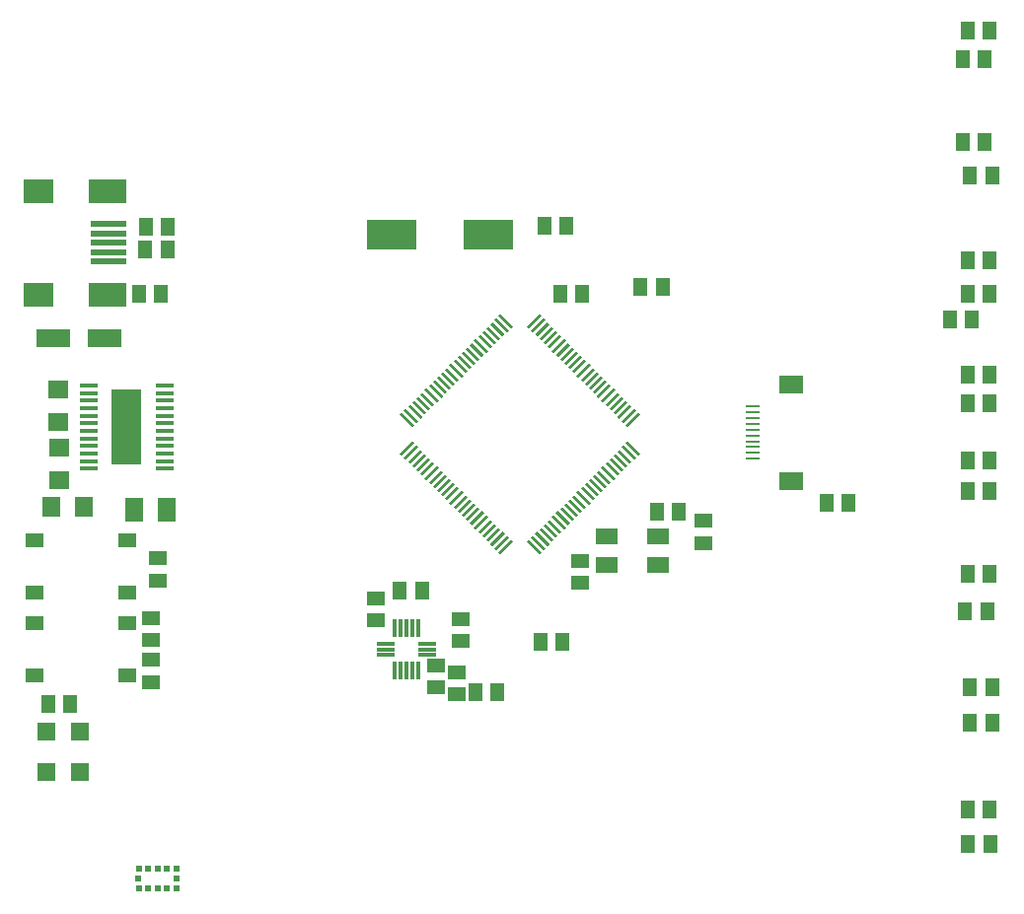
<source format=gbr>
G04 EAGLE Gerber RS-274X export*
G75*
%MOMM*%
%FSLAX34Y34*%
%LPD*%
%INSolderpaste Top*%
%IPPOS*%
%AMOC8*
5,1,8,0,0,1.08239X$1,22.5*%
G01*
%ADD10R,1.600000X1.800000*%
%ADD11R,1.300000X1.600000*%
%ADD12R,1.600000X1.300000*%
%ADD13R,1.500000X1.500000*%
%ADD14R,1.300000X1.500000*%
%ADD15R,1.500000X1.300000*%
%ADD16R,1.550000X1.300000*%
%ADD17R,1.500000X0.300000*%
%ADD18R,2.540000X6.451600*%
%ADD19R,1.800000X1.600000*%
%ADD20R,1.600000X2.000000*%
%ADD21R,1.900000X1.400000*%
%ADD22R,3.000000X1.600000*%
%ADD23R,2.500000X2.000000*%
%ADD24R,3.300000X2.000000*%
%ADD25R,3.100000X0.500000*%
%ADD26R,0.300000X1.600000*%
%ADD27R,1.600000X0.300000*%
%ADD28R,0.500000X0.600000*%
%ADD29R,0.600000X0.500000*%
%ADD30R,0.254000X1.473200*%
%ADD31R,1.250000X0.250000*%
%ADD32R,2.050000X1.650000*%
%ADD33R,4.300000X2.500000*%


D10*
X36472Y366156D03*
X64472Y366156D03*
D11*
X335728Y293984D03*
X354728Y293984D03*
D12*
X387964Y269808D03*
X387964Y250808D03*
X121976Y234588D03*
X121976Y215588D03*
D13*
X61520Y138296D03*
X61520Y173296D03*
X32804Y138040D03*
X32804Y173040D03*
D11*
X52892Y196944D03*
X33892Y196944D03*
D12*
X127832Y303080D03*
X127832Y322080D03*
D14*
X556444Y361560D03*
X575444Y361560D03*
D15*
X490396Y319900D03*
X490396Y300900D03*
X121864Y270568D03*
X121864Y251568D03*
D16*
X22298Y266264D03*
X101798Y266264D03*
X22298Y221264D03*
X101798Y221264D03*
X22722Y337808D03*
X102222Y337808D03*
X22722Y292808D03*
X102222Y292808D03*
D17*
X133772Y398986D03*
X133772Y405486D03*
X133772Y411986D03*
X133772Y418486D03*
X133772Y424986D03*
X133772Y431486D03*
X133772Y437986D03*
X133772Y444486D03*
X133772Y450986D03*
X133772Y457486D03*
X133772Y463986D03*
X133772Y470486D03*
X68772Y470486D03*
X68772Y463986D03*
X68772Y457486D03*
X68772Y450986D03*
X68772Y444486D03*
X68772Y437986D03*
X68772Y431486D03*
X68772Y424986D03*
X68772Y418486D03*
X68772Y411986D03*
X68772Y405486D03*
X68772Y398986D03*
D18*
X101272Y434736D03*
D19*
X42852Y439024D03*
X42852Y467024D03*
D20*
X107592Y363616D03*
X135592Y363616D03*
D19*
X43360Y388732D03*
X43360Y416732D03*
D21*
X557440Y340676D03*
X513440Y340676D03*
X513440Y316676D03*
X557440Y316676D03*
D22*
X38632Y510936D03*
X82632Y510936D03*
D11*
X419512Y206800D03*
X400512Y206800D03*
D23*
X26144Y548556D03*
X26144Y637556D03*
D24*
X85144Y548556D03*
X85144Y637556D03*
D25*
X86144Y609056D03*
X86144Y601056D03*
X86144Y593056D03*
X86144Y585056D03*
X86144Y577056D03*
D11*
X117964Y606608D03*
X136964Y606608D03*
X117456Y587304D03*
X136456Y587304D03*
X111856Y549104D03*
X130856Y549104D03*
D15*
X384704Y205172D03*
X384704Y224172D03*
X315320Y287588D03*
X315320Y268588D03*
D11*
X823460Y76480D03*
X842460Y76480D03*
X823028Y106400D03*
X842028Y106400D03*
X825060Y180560D03*
X844060Y180560D03*
X825060Y211040D03*
X844060Y211040D03*
X820996Y276064D03*
X839996Y276064D03*
X823028Y308576D03*
X842028Y308576D03*
X823028Y379696D03*
X842028Y379696D03*
X823028Y406112D03*
X842028Y406112D03*
X823028Y479264D03*
X842028Y479264D03*
X823028Y454880D03*
X842028Y454880D03*
X823028Y577824D03*
X842028Y577824D03*
X823028Y549376D03*
X842028Y549376D03*
X818964Y679424D03*
X837964Y679424D03*
X825060Y650976D03*
X844060Y650976D03*
X823028Y774928D03*
X842028Y774928D03*
X818964Y750544D03*
X837964Y750544D03*
X808004Y527304D03*
X827004Y527304D03*
X721076Y369824D03*
X702076Y369824D03*
D26*
X351376Y261840D03*
X346376Y261840D03*
X341376Y261840D03*
X336376Y261840D03*
X331376Y261840D03*
D27*
X323376Y248840D03*
X323376Y243840D03*
X323376Y238840D03*
D26*
X331376Y225840D03*
X336376Y225840D03*
X341376Y225840D03*
X346376Y225840D03*
X351376Y225840D03*
D27*
X359376Y238840D03*
X359376Y243840D03*
X359376Y248840D03*
D15*
X366776Y210972D03*
X366776Y229972D03*
D11*
X542508Y555272D03*
X561508Y555272D03*
X475388Y250192D03*
X456388Y250192D03*
D12*
X596160Y335292D03*
X596160Y354292D03*
D11*
X478940Y607088D03*
X459940Y607088D03*
D28*
X112016Y38236D03*
X120016Y38236D03*
X128016Y38236D03*
X136016Y38236D03*
X144016Y38236D03*
D29*
X144516Y46736D03*
D28*
X144016Y55236D03*
X136016Y55236D03*
X128016Y55236D03*
X120016Y55236D03*
X112016Y55236D03*
D29*
X111516Y46736D03*
D30*
G36*
X457231Y327455D02*
X455435Y325659D01*
X445019Y336075D01*
X446815Y337871D01*
X457231Y327455D01*
G37*
G36*
X460644Y330868D02*
X458848Y329072D01*
X448432Y339488D01*
X450228Y341284D01*
X460644Y330868D01*
G37*
G36*
X464236Y334460D02*
X462440Y332664D01*
X452024Y343080D01*
X453820Y344876D01*
X464236Y334460D01*
G37*
G36*
X467828Y338052D02*
X466032Y336256D01*
X455616Y346672D01*
X457412Y348468D01*
X467828Y338052D01*
G37*
G36*
X471420Y341644D02*
X469624Y339848D01*
X459208Y350264D01*
X461004Y352060D01*
X471420Y341644D01*
G37*
G36*
X474832Y345057D02*
X473036Y343261D01*
X462620Y353677D01*
X464416Y355473D01*
X474832Y345057D01*
G37*
G36*
X478425Y348649D02*
X476629Y346853D01*
X466213Y357269D01*
X468009Y359065D01*
X478425Y348649D01*
G37*
G36*
X482017Y352241D02*
X480221Y350445D01*
X469805Y360861D01*
X471601Y362657D01*
X482017Y352241D01*
G37*
G36*
X485429Y355653D02*
X483633Y353857D01*
X473217Y364273D01*
X475013Y366069D01*
X485429Y355653D01*
G37*
G36*
X489021Y359245D02*
X487225Y357449D01*
X476809Y367865D01*
X478605Y369661D01*
X489021Y359245D01*
G37*
G36*
X492613Y362837D02*
X490817Y361041D01*
X480401Y371457D01*
X482197Y373253D01*
X492613Y362837D01*
G37*
G36*
X496026Y366250D02*
X494230Y364454D01*
X483814Y374870D01*
X485610Y376666D01*
X496026Y366250D01*
G37*
G36*
X499618Y369842D02*
X497822Y368046D01*
X487406Y378462D01*
X489202Y380258D01*
X499618Y369842D01*
G37*
G36*
X503210Y373434D02*
X501414Y371638D01*
X490998Y382054D01*
X492794Y383850D01*
X503210Y373434D01*
G37*
G36*
X506623Y376847D02*
X504827Y375051D01*
X494411Y385467D01*
X496207Y387263D01*
X506623Y376847D01*
G37*
G36*
X510215Y380439D02*
X508419Y378643D01*
X498003Y389059D01*
X499799Y390855D01*
X510215Y380439D01*
G37*
G36*
X513807Y384031D02*
X512011Y382235D01*
X501595Y392651D01*
X503391Y394447D01*
X513807Y384031D01*
G37*
G36*
X517219Y387443D02*
X515423Y385647D01*
X505007Y396063D01*
X506803Y397859D01*
X517219Y387443D01*
G37*
G36*
X520811Y391035D02*
X519015Y389239D01*
X508599Y399655D01*
X510395Y401451D01*
X520811Y391035D01*
G37*
G36*
X524403Y394628D02*
X522607Y392832D01*
X512191Y403248D01*
X513987Y405044D01*
X524403Y394628D01*
G37*
G36*
X527816Y398040D02*
X526020Y396244D01*
X515604Y406660D01*
X517400Y408456D01*
X527816Y398040D01*
G37*
G36*
X531408Y401632D02*
X529612Y399836D01*
X519196Y410252D01*
X520992Y412048D01*
X531408Y401632D01*
G37*
G36*
X535000Y405224D02*
X533204Y403428D01*
X522788Y413844D01*
X524584Y415640D01*
X535000Y405224D01*
G37*
G36*
X538592Y408816D02*
X536796Y407020D01*
X526380Y417436D01*
X528176Y419232D01*
X538592Y408816D01*
G37*
G36*
X542005Y412229D02*
X540209Y410433D01*
X529793Y420849D01*
X531589Y422645D01*
X542005Y412229D01*
G37*
G36*
X531589Y434859D02*
X529793Y436655D01*
X540209Y447071D01*
X542005Y445275D01*
X531589Y434859D01*
G37*
G36*
X528176Y438272D02*
X526380Y440068D01*
X536796Y450484D01*
X538592Y448688D01*
X528176Y438272D01*
G37*
G36*
X524584Y441864D02*
X522788Y443660D01*
X533204Y454076D01*
X535000Y452280D01*
X524584Y441864D01*
G37*
G36*
X520992Y445456D02*
X519196Y447252D01*
X529612Y457668D01*
X531408Y455872D01*
X520992Y445456D01*
G37*
G36*
X517400Y449048D02*
X515604Y450844D01*
X526020Y461260D01*
X527816Y459464D01*
X517400Y449048D01*
G37*
G36*
X513987Y452460D02*
X512191Y454256D01*
X522607Y464672D01*
X524403Y462876D01*
X513987Y452460D01*
G37*
G36*
X510395Y456053D02*
X508599Y457849D01*
X519015Y468265D01*
X520811Y466469D01*
X510395Y456053D01*
G37*
G36*
X506803Y459645D02*
X505007Y461441D01*
X515423Y471857D01*
X517219Y470061D01*
X506803Y459645D01*
G37*
G36*
X503391Y463057D02*
X501595Y464853D01*
X512011Y475269D01*
X513807Y473473D01*
X503391Y463057D01*
G37*
G36*
X499799Y466649D02*
X498003Y468445D01*
X508419Y478861D01*
X510215Y477065D01*
X499799Y466649D01*
G37*
G36*
X496207Y470241D02*
X494411Y472037D01*
X504827Y482453D01*
X506623Y480657D01*
X496207Y470241D01*
G37*
G36*
X492794Y473654D02*
X490998Y475450D01*
X501414Y485866D01*
X503210Y484070D01*
X492794Y473654D01*
G37*
G36*
X489202Y477246D02*
X487406Y479042D01*
X497822Y489458D01*
X499618Y487662D01*
X489202Y477246D01*
G37*
G36*
X485610Y480838D02*
X483814Y482634D01*
X494230Y493050D01*
X496026Y491254D01*
X485610Y480838D01*
G37*
G36*
X482197Y484251D02*
X480401Y486047D01*
X490817Y496463D01*
X492613Y494667D01*
X482197Y484251D01*
G37*
G36*
X478605Y487843D02*
X476809Y489639D01*
X487225Y500055D01*
X489021Y498259D01*
X478605Y487843D01*
G37*
G36*
X475013Y491435D02*
X473217Y493231D01*
X483633Y503647D01*
X485429Y501851D01*
X475013Y491435D01*
G37*
G36*
X471601Y494847D02*
X469805Y496643D01*
X480221Y507059D01*
X482017Y505263D01*
X471601Y494847D01*
G37*
G36*
X468009Y498439D02*
X466213Y500235D01*
X476629Y510651D01*
X478425Y508855D01*
X468009Y498439D01*
G37*
G36*
X464416Y502031D02*
X462620Y503827D01*
X473036Y514243D01*
X474832Y512447D01*
X464416Y502031D01*
G37*
G36*
X461004Y505444D02*
X459208Y507240D01*
X469624Y517656D01*
X471420Y515860D01*
X461004Y505444D01*
G37*
G36*
X457412Y509036D02*
X455616Y510832D01*
X466032Y521248D01*
X467828Y519452D01*
X457412Y509036D01*
G37*
G36*
X453820Y512628D02*
X452024Y514424D01*
X462440Y524840D01*
X464236Y523044D01*
X453820Y512628D01*
G37*
G36*
X450228Y516220D02*
X448432Y518016D01*
X458848Y528432D01*
X460644Y526636D01*
X450228Y516220D01*
G37*
G36*
X446815Y519633D02*
X445019Y521429D01*
X455435Y531845D01*
X457231Y530049D01*
X446815Y519633D01*
G37*
G36*
X432805Y521429D02*
X431009Y519633D01*
X420593Y530049D01*
X422389Y531845D01*
X432805Y521429D01*
G37*
G36*
X429392Y518016D02*
X427596Y516220D01*
X417180Y526636D01*
X418976Y528432D01*
X429392Y518016D01*
G37*
G36*
X425800Y514424D02*
X424004Y512628D01*
X413588Y523044D01*
X415384Y524840D01*
X425800Y514424D01*
G37*
G36*
X422208Y510832D02*
X420412Y509036D01*
X409996Y519452D01*
X411792Y521248D01*
X422208Y510832D01*
G37*
G36*
X418616Y507240D02*
X416820Y505444D01*
X406404Y515860D01*
X408200Y517656D01*
X418616Y507240D01*
G37*
G36*
X415204Y503827D02*
X413408Y502031D01*
X402992Y512447D01*
X404788Y514243D01*
X415204Y503827D01*
G37*
G36*
X411611Y500235D02*
X409815Y498439D01*
X399399Y508855D01*
X401195Y510651D01*
X411611Y500235D01*
G37*
G36*
X408019Y496643D02*
X406223Y494847D01*
X395807Y505263D01*
X397603Y507059D01*
X408019Y496643D01*
G37*
G36*
X404607Y493231D02*
X402811Y491435D01*
X392395Y501851D01*
X394191Y503647D01*
X404607Y493231D01*
G37*
G36*
X401015Y489639D02*
X399219Y487843D01*
X388803Y498259D01*
X390599Y500055D01*
X401015Y489639D01*
G37*
G36*
X397423Y486047D02*
X395627Y484251D01*
X385211Y494667D01*
X387007Y496463D01*
X397423Y486047D01*
G37*
G36*
X394010Y482634D02*
X392214Y480838D01*
X381798Y491254D01*
X383594Y493050D01*
X394010Y482634D01*
G37*
G36*
X390418Y479042D02*
X388622Y477246D01*
X378206Y487662D01*
X380002Y489458D01*
X390418Y479042D01*
G37*
G36*
X386826Y475450D02*
X385030Y473654D01*
X374614Y484070D01*
X376410Y485866D01*
X386826Y475450D01*
G37*
G36*
X383413Y472037D02*
X381617Y470241D01*
X371201Y480657D01*
X372997Y482453D01*
X383413Y472037D01*
G37*
G36*
X379821Y468445D02*
X378025Y466649D01*
X367609Y477065D01*
X369405Y478861D01*
X379821Y468445D01*
G37*
G36*
X376229Y464853D02*
X374433Y463057D01*
X364017Y473473D01*
X365813Y475269D01*
X376229Y464853D01*
G37*
G36*
X372817Y461441D02*
X371021Y459645D01*
X360605Y470061D01*
X362401Y471857D01*
X372817Y461441D01*
G37*
G36*
X369225Y457849D02*
X367429Y456053D01*
X357013Y466469D01*
X358809Y468265D01*
X369225Y457849D01*
G37*
G36*
X365633Y454256D02*
X363837Y452460D01*
X353421Y462876D01*
X355217Y464672D01*
X365633Y454256D01*
G37*
G36*
X362220Y450844D02*
X360424Y449048D01*
X350008Y459464D01*
X351804Y461260D01*
X362220Y450844D01*
G37*
G36*
X358628Y447252D02*
X356832Y445456D01*
X346416Y455872D01*
X348212Y457668D01*
X358628Y447252D01*
G37*
G36*
X355036Y443660D02*
X353240Y441864D01*
X342824Y452280D01*
X344620Y454076D01*
X355036Y443660D01*
G37*
G36*
X351444Y440068D02*
X349648Y438272D01*
X339232Y448688D01*
X341028Y450484D01*
X351444Y440068D01*
G37*
G36*
X348031Y436655D02*
X346235Y434859D01*
X335819Y445275D01*
X337615Y447071D01*
X348031Y436655D01*
G37*
G36*
X337615Y410433D02*
X335819Y412229D01*
X346235Y422645D01*
X348031Y420849D01*
X337615Y410433D01*
G37*
G36*
X341028Y407020D02*
X339232Y408816D01*
X349648Y419232D01*
X351444Y417436D01*
X341028Y407020D01*
G37*
G36*
X344620Y403428D02*
X342824Y405224D01*
X353240Y415640D01*
X355036Y413844D01*
X344620Y403428D01*
G37*
G36*
X348212Y399836D02*
X346416Y401632D01*
X356832Y412048D01*
X358628Y410252D01*
X348212Y399836D01*
G37*
G36*
X351804Y396244D02*
X350008Y398040D01*
X360424Y408456D01*
X362220Y406660D01*
X351804Y396244D01*
G37*
G36*
X355217Y392832D02*
X353421Y394628D01*
X363837Y405044D01*
X365633Y403248D01*
X355217Y392832D01*
G37*
G36*
X358809Y389239D02*
X357013Y391035D01*
X367429Y401451D01*
X369225Y399655D01*
X358809Y389239D01*
G37*
G36*
X362401Y385647D02*
X360605Y387443D01*
X371021Y397859D01*
X372817Y396063D01*
X362401Y385647D01*
G37*
G36*
X365813Y382235D02*
X364017Y384031D01*
X374433Y394447D01*
X376229Y392651D01*
X365813Y382235D01*
G37*
G36*
X369405Y378643D02*
X367609Y380439D01*
X378025Y390855D01*
X379821Y389059D01*
X369405Y378643D01*
G37*
G36*
X372997Y375051D02*
X371201Y376847D01*
X381617Y387263D01*
X383413Y385467D01*
X372997Y375051D01*
G37*
G36*
X376410Y371638D02*
X374614Y373434D01*
X385030Y383850D01*
X386826Y382054D01*
X376410Y371638D01*
G37*
G36*
X380002Y368046D02*
X378206Y369842D01*
X388622Y380258D01*
X390418Y378462D01*
X380002Y368046D01*
G37*
G36*
X383594Y364454D02*
X381798Y366250D01*
X392214Y376666D01*
X394010Y374870D01*
X383594Y364454D01*
G37*
G36*
X387007Y361041D02*
X385211Y362837D01*
X395627Y373253D01*
X397423Y371457D01*
X387007Y361041D01*
G37*
G36*
X390599Y357449D02*
X388803Y359245D01*
X399219Y369661D01*
X401015Y367865D01*
X390599Y357449D01*
G37*
G36*
X394191Y353857D02*
X392395Y355653D01*
X402811Y366069D01*
X404607Y364273D01*
X394191Y353857D01*
G37*
G36*
X397603Y350445D02*
X395807Y352241D01*
X406223Y362657D01*
X408019Y360861D01*
X397603Y350445D01*
G37*
G36*
X401195Y346853D02*
X399399Y348649D01*
X409815Y359065D01*
X411611Y357269D01*
X401195Y346853D01*
G37*
G36*
X404788Y343261D02*
X402992Y345057D01*
X413408Y355473D01*
X415204Y353677D01*
X404788Y343261D01*
G37*
G36*
X408200Y339848D02*
X406404Y341644D01*
X416820Y352060D01*
X418616Y350264D01*
X408200Y339848D01*
G37*
G36*
X411792Y336256D02*
X409996Y338052D01*
X420412Y348468D01*
X422208Y346672D01*
X411792Y336256D01*
G37*
G36*
X415384Y332664D02*
X413588Y334460D01*
X424004Y344876D01*
X425800Y343080D01*
X415384Y332664D01*
G37*
G36*
X418976Y329072D02*
X417180Y330868D01*
X427596Y341284D01*
X429392Y339488D01*
X418976Y329072D01*
G37*
G36*
X422389Y325659D02*
X420593Y327455D01*
X431009Y337871D01*
X432805Y336075D01*
X422389Y325659D01*
G37*
D14*
X473220Y548808D03*
X492220Y548808D03*
D31*
X638836Y407500D03*
X638836Y412500D03*
X638836Y417500D03*
X638836Y422500D03*
X638836Y427500D03*
X638836Y432500D03*
X638836Y437500D03*
X638836Y442500D03*
X638836Y447500D03*
X638836Y452500D03*
D32*
X671336Y471500D03*
X671336Y388500D03*
D33*
X328500Y600000D03*
X411500Y600000D03*
M02*

</source>
